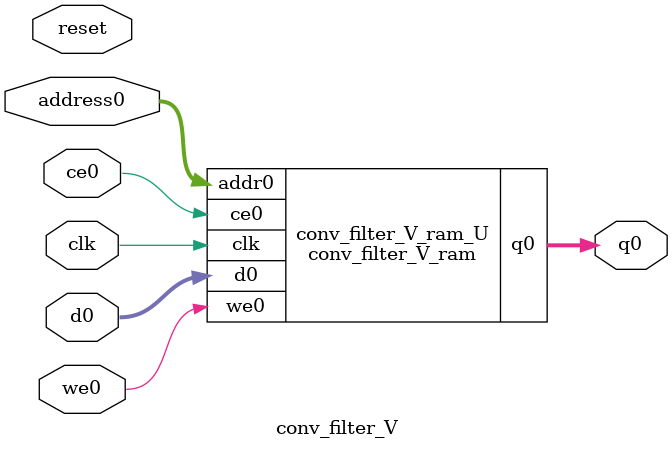
<source format=v>
`timescale 1 ns / 1 ps
module conv_filter_V_ram (addr0, ce0, d0, we0, q0,  clk);

parameter DWIDTH = 4;
parameter AWIDTH = 7;
parameter MEM_SIZE = 90;

input[AWIDTH-1:0] addr0;
input ce0;
input[DWIDTH-1:0] d0;
input we0;
output reg[DWIDTH-1:0] q0;
input clk;

reg [DWIDTH-1:0] ram0[0:MEM_SIZE-1];



always @(posedge clk)  
begin 
    if (ce0) begin
        if (we0) 
            ram0[addr0] <= d0; 
        q0 <= ram0[addr0];
    end
end


endmodule

`timescale 1 ns / 1 ps
module conv_filter_V(
    reset,
    clk,
    address0,
    ce0,
    we0,
    d0,
    q0);

parameter DataWidth = 32'd4;
parameter AddressRange = 32'd90;
parameter AddressWidth = 32'd7;
input reset;
input clk;
input[AddressWidth - 1:0] address0;
input ce0;
input we0;
input[DataWidth - 1:0] d0;
output[DataWidth - 1:0] q0;



conv_filter_V_ram conv_filter_V_ram_U(
    .clk( clk ),
    .addr0( address0 ),
    .ce0( ce0 ),
    .we0( we0 ),
    .d0( d0 ),
    .q0( q0 ));

endmodule


</source>
